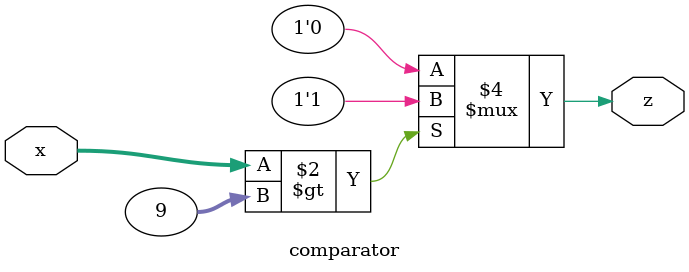
<source format=v>
module comparator(
	input [3:0]x,
	output reg z);
	
	always @(x) begin
		z = 0;
		if(x>9)
			z = 1;
	end
endmodule
</source>
